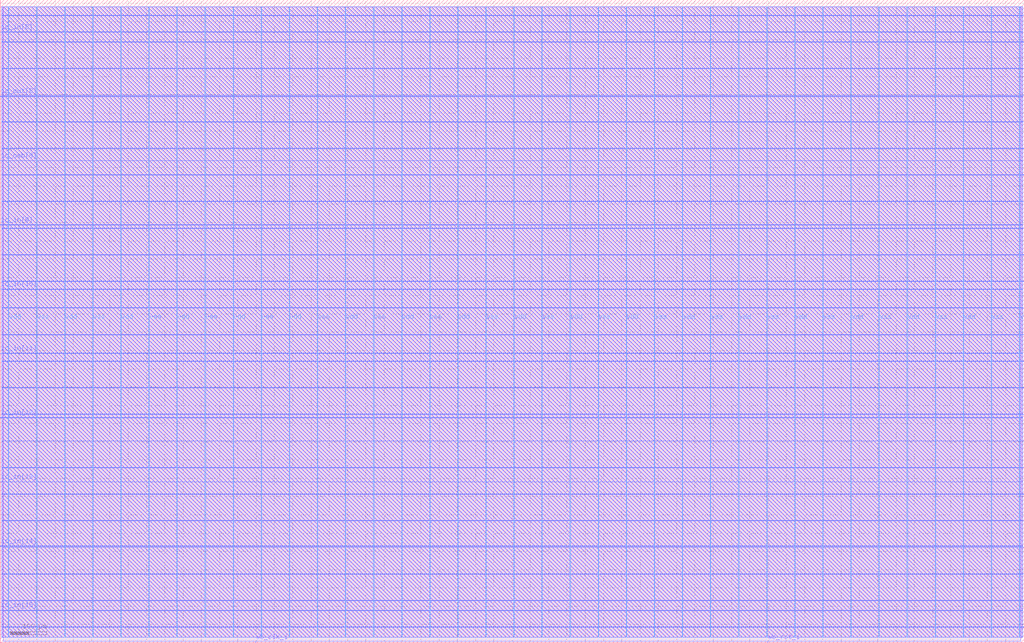
<source format=lef>
VERSION 5.7 ;
  NOWIREEXTENSIONATPIN ON ;
  DIVIDERCHAR "/" ;
  BUSBITCHARS "[]" ;
MACRO user_proj_example
  CLASS BLOCK ;
  FOREIGN user_proj_example ;
  ORIGIN 0.000 0.000 ;
  SIZE 2800.000 BY 1760.000 ;
  PIN io_in[0]
    DIRECTION INPUT ;
    USE SIGNAL ;
    ANTENNAGATEAREA 1.102000 ;
    ANTENNADIFFAREA 0.410400 ;
    PORT
      LAYER Metal3 ;
        RECT 2796.000 42.560 2800.000 43.120 ;
    END
  END io_in[0]
  PIN io_in[10]
    DIRECTION INPUT ;
    USE SIGNAL ;
    ANTENNAGATEAREA 0.498500 ;
    ANTENNADIFFAREA 0.410400 ;
    PORT
      LAYER Metal3 ;
        RECT 0.000 967.680 4.000 968.240 ;
    END
  END io_in[10]
  PIN io_in[11]
    DIRECTION INPUT ;
    USE SIGNAL ;
    ANTENNAGATEAREA 0.741000 ;
    ANTENNADIFFAREA 0.410400 ;
    PORT
      LAYER Metal3 ;
        RECT 0.000 791.840 4.000 792.400 ;
    END
  END io_in[11]
  PIN io_in[12]
    DIRECTION INPUT ;
    USE SIGNAL ;
    ANTENNAGATEAREA 0.741000 ;
    ANTENNADIFFAREA 0.410400 ;
    PORT
      LAYER Metal3 ;
        RECT 0.000 616.000 4.000 616.560 ;
    END
  END io_in[12]
  PIN io_in[13]
    DIRECTION INPUT ;
    USE SIGNAL ;
    ANTENNAGATEAREA 0.726000 ;
    ANTENNADIFFAREA 0.410400 ;
    PORT
      LAYER Metal3 ;
        RECT 0.000 440.160 4.000 440.720 ;
    END
  END io_in[13]
  PIN io_in[14]
    DIRECTION INPUT ;
    USE SIGNAL ;
    ANTENNAGATEAREA 1.102000 ;
    ANTENNADIFFAREA 0.410400 ;
    PORT
      LAYER Metal3 ;
        RECT 0.000 264.320 4.000 264.880 ;
    END
  END io_in[14]
  PIN io_in[15]
    DIRECTION INPUT ;
    USE SIGNAL ;
    ANTENNAGATEAREA 6.612000 ;
    ANTENNADIFFAREA 0.410400 ;
    PORT
      LAYER Metal3 ;
        RECT 0.000 88.480 4.000 89.040 ;
    END
  END io_in[15]
  PIN io_in[1]
    DIRECTION INPUT ;
    USE SIGNAL ;
    ANTENNAGATEAREA 1.102000 ;
    ANTENNADIFFAREA 0.410400 ;
    PORT
      LAYER Metal3 ;
        RECT 2796.000 260.960 2800.000 261.520 ;
    END
  END io_in[1]
  PIN io_in[2]
    DIRECTION INPUT ;
    USE SIGNAL ;
    ANTENNAGATEAREA 0.741000 ;
    ANTENNADIFFAREA 0.410400 ;
    PORT
      LAYER Metal3 ;
        RECT 2796.000 479.360 2800.000 479.920 ;
    END
  END io_in[2]
  PIN io_in[3]
    DIRECTION INPUT ;
    USE SIGNAL ;
    ANTENNAGATEAREA 0.741000 ;
    ANTENNADIFFAREA 0.410400 ;
    PORT
      LAYER Metal3 ;
        RECT 2796.000 697.760 2800.000 698.320 ;
    END
  END io_in[3]
  PIN io_in[4]
    DIRECTION INPUT ;
    USE SIGNAL ;
    ANTENNAGATEAREA 0.726000 ;
    ANTENNADIFFAREA 0.410400 ;
    PORT
      LAYER Metal3 ;
        RECT 2796.000 916.160 2800.000 916.720 ;
    END
  END io_in[4]
  PIN io_in[5]
    DIRECTION INPUT ;
    USE SIGNAL ;
    ANTENNAGATEAREA 0.726000 ;
    ANTENNADIFFAREA 0.410400 ;
    PORT
      LAYER Metal3 ;
        RECT 2796.000 1134.560 2800.000 1135.120 ;
    END
  END io_in[5]
  PIN io_in[6]
    DIRECTION INPUT ;
    USE SIGNAL ;
    ANTENNAGATEAREA 1.183000 ;
    ANTENNADIFFAREA 0.410400 ;
    PORT
      LAYER Metal3 ;
        RECT 2796.000 1352.960 2800.000 1353.520 ;
    END
  END io_in[6]
  PIN io_in[7]
    DIRECTION INPUT ;
    USE SIGNAL ;
    ANTENNAGATEAREA 1.183000 ;
    ANTENNADIFFAREA 0.410400 ;
    PORT
      LAYER Metal3 ;
        RECT 2796.000 1571.360 2800.000 1571.920 ;
    END
  END io_in[7]
  PIN io_in[8]
    DIRECTION INPUT ;
    USE SIGNAL ;
    ANTENNAGATEAREA 6.612000 ;
    ANTENNADIFFAREA 0.410400 ;
    PORT
      LAYER Metal3 ;
        RECT 0.000 1671.040 4.000 1671.600 ;
    END
  END io_in[8]
  PIN io_in[9]
    DIRECTION INPUT ;
    USE SIGNAL ;
    ANTENNAGATEAREA 0.726000 ;
    ANTENNADIFFAREA 0.410400 ;
    PORT
      LAYER Metal3 ;
        RECT 0.000 1143.520 4.000 1144.080 ;
    END
  END io_in[9]
  PIN io_oeb[0]
    DIRECTION OUTPUT TRISTATE ;
    USE SIGNAL ;
    ANTENNADIFFAREA 0.360800 ;
    PORT
      LAYER Metal3 ;
        RECT 2796.000 188.160 2800.000 188.720 ;
    END
  END io_oeb[0]
  PIN io_oeb[1]
    DIRECTION OUTPUT TRISTATE ;
    USE SIGNAL ;
    ANTENNADIFFAREA 0.360800 ;
    PORT
      LAYER Metal3 ;
        RECT 2796.000 406.560 2800.000 407.120 ;
    END
  END io_oeb[1]
  PIN io_oeb[2]
    DIRECTION OUTPUT TRISTATE ;
    USE SIGNAL ;
    ANTENNADIFFAREA 0.360800 ;
    PORT
      LAYER Metal3 ;
        RECT 2796.000 624.960 2800.000 625.520 ;
    END
  END io_oeb[2]
  PIN io_oeb[3]
    DIRECTION OUTPUT TRISTATE ;
    USE SIGNAL ;
    ANTENNADIFFAREA 0.360800 ;
    PORT
      LAYER Metal3 ;
        RECT 2796.000 843.360 2800.000 843.920 ;
    END
  END io_oeb[3]
  PIN io_oeb[4]
    DIRECTION OUTPUT TRISTATE ;
    USE SIGNAL ;
    ANTENNADIFFAREA 0.360800 ;
    PORT
      LAYER Metal3 ;
        RECT 2796.000 1061.760 2800.000 1062.320 ;
    END
  END io_oeb[4]
  PIN io_oeb[5]
    DIRECTION OUTPUT TRISTATE ;
    USE SIGNAL ;
    ANTENNADIFFAREA 0.360800 ;
    PORT
      LAYER Metal3 ;
        RECT 2796.000 1280.160 2800.000 1280.720 ;
    END
  END io_oeb[5]
  PIN io_oeb[6]
    DIRECTION OUTPUT TRISTATE ;
    USE SIGNAL ;
    ANTENNADIFFAREA 0.360800 ;
    PORT
      LAYER Metal3 ;
        RECT 2796.000 1498.560 2800.000 1499.120 ;
    END
  END io_oeb[6]
  PIN io_oeb[7]
    DIRECTION OUTPUT TRISTATE ;
    USE SIGNAL ;
    ANTENNADIFFAREA 0.360800 ;
    PORT
      LAYER Metal3 ;
        RECT 2796.000 1716.960 2800.000 1717.520 ;
    END
  END io_oeb[7]
  PIN io_oeb[8]
    DIRECTION OUTPUT TRISTATE ;
    USE SIGNAL ;
    ANTENNADIFFAREA 0.360800 ;
    PORT
      LAYER Metal3 ;
        RECT 0.000 1319.360 4.000 1319.920 ;
    END
  END io_oeb[8]
  PIN io_out[0]
    DIRECTION OUTPUT TRISTATE ;
    USE SIGNAL ;
    ANTENNADIFFAREA 4.731200 ;
    PORT
      LAYER Metal3 ;
        RECT 2796.000 115.360 2800.000 115.920 ;
    END
  END io_out[0]
  PIN io_out[1]
    DIRECTION OUTPUT TRISTATE ;
    USE SIGNAL ;
    ANTENNADIFFAREA 4.731200 ;
    PORT
      LAYER Metal3 ;
        RECT 2796.000 333.760 2800.000 334.320 ;
    END
  END io_out[1]
  PIN io_out[2]
    DIRECTION OUTPUT TRISTATE ;
    USE SIGNAL ;
    ANTENNADIFFAREA 4.731200 ;
    PORT
      LAYER Metal3 ;
        RECT 2796.000 552.160 2800.000 552.720 ;
    END
  END io_out[2]
  PIN io_out[3]
    DIRECTION OUTPUT TRISTATE ;
    USE SIGNAL ;
    ANTENNADIFFAREA 4.731200 ;
    PORT
      LAYER Metal3 ;
        RECT 2796.000 770.560 2800.000 771.120 ;
    END
  END io_out[3]
  PIN io_out[4]
    DIRECTION OUTPUT TRISTATE ;
    USE SIGNAL ;
    ANTENNADIFFAREA 4.731200 ;
    PORT
      LAYER Metal3 ;
        RECT 2796.000 988.960 2800.000 989.520 ;
    END
  END io_out[4]
  PIN io_out[5]
    DIRECTION OUTPUT TRISTATE ;
    USE SIGNAL ;
    ANTENNADIFFAREA 4.731200 ;
    PORT
      LAYER Metal3 ;
        RECT 2796.000 1207.360 2800.000 1207.920 ;
    END
  END io_out[5]
  PIN io_out[6]
    DIRECTION OUTPUT TRISTATE ;
    USE SIGNAL ;
    ANTENNADIFFAREA 4.731200 ;
    PORT
      LAYER Metal3 ;
        RECT 2796.000 1425.760 2800.000 1426.320 ;
    END
  END io_out[6]
  PIN io_out[7]
    DIRECTION OUTPUT TRISTATE ;
    USE SIGNAL ;
    ANTENNADIFFAREA 4.731200 ;
    PORT
      LAYER Metal3 ;
        RECT 2796.000 1644.160 2800.000 1644.720 ;
    END
  END io_out[7]
  PIN io_out[8]
    DIRECTION OUTPUT TRISTATE ;
    USE SIGNAL ;
    ANTENNADIFFAREA 4.731200 ;
    PORT
      LAYER Metal3 ;
        RECT 0.000 1495.200 4.000 1495.760 ;
    END
  END io_out[8]
  PIN vdd
    DIRECTION INOUT ;
    USE POWER ;
    PORT
      LAYER Metal4 ;
        RECT 22.240 15.380 23.840 1740.780 ;
    END
    PORT
      LAYER Metal4 ;
        RECT 175.840 15.380 177.440 1740.780 ;
    END
    PORT
      LAYER Metal4 ;
        RECT 329.440 15.380 331.040 1740.780 ;
    END
    PORT
      LAYER Metal4 ;
        RECT 483.040 15.380 484.640 1740.780 ;
    END
    PORT
      LAYER Metal4 ;
        RECT 636.640 15.380 638.240 1740.780 ;
    END
    PORT
      LAYER Metal4 ;
        RECT 790.240 15.380 791.840 1740.780 ;
    END
    PORT
      LAYER Metal4 ;
        RECT 943.840 15.380 945.440 1740.780 ;
    END
    PORT
      LAYER Metal4 ;
        RECT 1097.440 15.380 1099.040 1740.780 ;
    END
    PORT
      LAYER Metal4 ;
        RECT 1251.040 15.380 1252.640 1740.780 ;
    END
    PORT
      LAYER Metal4 ;
        RECT 1404.640 15.380 1406.240 1740.780 ;
    END
    PORT
      LAYER Metal4 ;
        RECT 1558.240 15.380 1559.840 1740.780 ;
    END
    PORT
      LAYER Metal4 ;
        RECT 1711.840 15.380 1713.440 1740.780 ;
    END
    PORT
      LAYER Metal4 ;
        RECT 1865.440 15.380 1867.040 1740.780 ;
    END
    PORT
      LAYER Metal4 ;
        RECT 2019.040 15.380 2020.640 1740.780 ;
    END
    PORT
      LAYER Metal4 ;
        RECT 2172.640 15.380 2174.240 1740.780 ;
    END
    PORT
      LAYER Metal4 ;
        RECT 2326.240 15.380 2327.840 1740.780 ;
    END
    PORT
      LAYER Metal4 ;
        RECT 2479.840 15.380 2481.440 1740.780 ;
    END
    PORT
      LAYER Metal4 ;
        RECT 2633.440 15.380 2635.040 1740.780 ;
    END
    PORT
      LAYER Metal4 ;
        RECT 2787.040 15.380 2788.640 1740.780 ;
    END
  END vdd
  PIN vss
    DIRECTION INOUT ;
    USE GROUND ;
    PORT
      LAYER Metal4 ;
        RECT 99.040 15.380 100.640 1740.780 ;
    END
    PORT
      LAYER Metal4 ;
        RECT 252.640 15.380 254.240 1740.780 ;
    END
    PORT
      LAYER Metal4 ;
        RECT 406.240 15.380 407.840 1740.780 ;
    END
    PORT
      LAYER Metal4 ;
        RECT 559.840 15.380 561.440 1740.780 ;
    END
    PORT
      LAYER Metal4 ;
        RECT 713.440 15.380 715.040 1740.780 ;
    END
    PORT
      LAYER Metal4 ;
        RECT 867.040 15.380 868.640 1740.780 ;
    END
    PORT
      LAYER Metal4 ;
        RECT 1020.640 15.380 1022.240 1740.780 ;
    END
    PORT
      LAYER Metal4 ;
        RECT 1174.240 15.380 1175.840 1740.780 ;
    END
    PORT
      LAYER Metal4 ;
        RECT 1327.840 15.380 1329.440 1740.780 ;
    END
    PORT
      LAYER Metal4 ;
        RECT 1481.440 15.380 1483.040 1740.780 ;
    END
    PORT
      LAYER Metal4 ;
        RECT 1635.040 15.380 1636.640 1740.780 ;
    END
    PORT
      LAYER Metal4 ;
        RECT 1788.640 15.380 1790.240 1740.780 ;
    END
    PORT
      LAYER Metal4 ;
        RECT 1942.240 15.380 1943.840 1740.780 ;
    END
    PORT
      LAYER Metal4 ;
        RECT 2095.840 15.380 2097.440 1740.780 ;
    END
    PORT
      LAYER Metal4 ;
        RECT 2249.440 15.380 2251.040 1740.780 ;
    END
    PORT
      LAYER Metal4 ;
        RECT 2403.040 15.380 2404.640 1740.780 ;
    END
    PORT
      LAYER Metal4 ;
        RECT 2556.640 15.380 2558.240 1740.780 ;
    END
    PORT
      LAYER Metal4 ;
        RECT 2710.240 15.380 2711.840 1740.780 ;
    END
  END vss
  PIN wb_clk_i
    DIRECTION INPUT ;
    USE SIGNAL ;
    ANTENNAGATEAREA 4.738000 ;
    ANTENNADIFFAREA 0.410400 ;
    PORT
      LAYER Metal2 ;
        RECT 698.880 0.000 699.440 4.000 ;
    END
  END wb_clk_i
  PIN wb_rst_i
    DIRECTION INPUT ;
    USE SIGNAL ;
    ANTENNAGATEAREA 2.204000 ;
    ANTENNADIFFAREA 0.410400 ;
    PORT
      LAYER Metal2 ;
        RECT 2098.880 0.000 2099.440 4.000 ;
    END
  END wb_rst_i
  OBS
      LAYER Metal1 ;
        RECT 6.720 15.380 2793.280 1740.780 ;
      LAYER Metal2 ;
        RECT 8.540 4.300 2791.460 1740.670 ;
        RECT 8.540 4.000 698.580 4.300 ;
        RECT 699.740 4.000 2098.580 4.300 ;
        RECT 2099.740 4.000 2791.460 4.300 ;
      LAYER Metal3 ;
        RECT 4.000 1717.820 2796.000 1740.620 ;
        RECT 4.000 1716.660 2795.700 1717.820 ;
        RECT 4.000 1671.900 2796.000 1716.660 ;
        RECT 4.300 1670.740 2796.000 1671.900 ;
        RECT 4.000 1645.020 2796.000 1670.740 ;
        RECT 4.000 1643.860 2795.700 1645.020 ;
        RECT 4.000 1572.220 2796.000 1643.860 ;
        RECT 4.000 1571.060 2795.700 1572.220 ;
        RECT 4.000 1499.420 2796.000 1571.060 ;
        RECT 4.000 1498.260 2795.700 1499.420 ;
        RECT 4.000 1496.060 2796.000 1498.260 ;
        RECT 4.300 1494.900 2796.000 1496.060 ;
        RECT 4.000 1426.620 2796.000 1494.900 ;
        RECT 4.000 1425.460 2795.700 1426.620 ;
        RECT 4.000 1353.820 2796.000 1425.460 ;
        RECT 4.000 1352.660 2795.700 1353.820 ;
        RECT 4.000 1320.220 2796.000 1352.660 ;
        RECT 4.300 1319.060 2796.000 1320.220 ;
        RECT 4.000 1281.020 2796.000 1319.060 ;
        RECT 4.000 1279.860 2795.700 1281.020 ;
        RECT 4.000 1208.220 2796.000 1279.860 ;
        RECT 4.000 1207.060 2795.700 1208.220 ;
        RECT 4.000 1144.380 2796.000 1207.060 ;
        RECT 4.300 1143.220 2796.000 1144.380 ;
        RECT 4.000 1135.420 2796.000 1143.220 ;
        RECT 4.000 1134.260 2795.700 1135.420 ;
        RECT 4.000 1062.620 2796.000 1134.260 ;
        RECT 4.000 1061.460 2795.700 1062.620 ;
        RECT 4.000 989.820 2796.000 1061.460 ;
        RECT 4.000 988.660 2795.700 989.820 ;
        RECT 4.000 968.540 2796.000 988.660 ;
        RECT 4.300 967.380 2796.000 968.540 ;
        RECT 4.000 917.020 2796.000 967.380 ;
        RECT 4.000 915.860 2795.700 917.020 ;
        RECT 4.000 844.220 2796.000 915.860 ;
        RECT 4.000 843.060 2795.700 844.220 ;
        RECT 4.000 792.700 2796.000 843.060 ;
        RECT 4.300 791.540 2796.000 792.700 ;
        RECT 4.000 771.420 2796.000 791.540 ;
        RECT 4.000 770.260 2795.700 771.420 ;
        RECT 4.000 698.620 2796.000 770.260 ;
        RECT 4.000 697.460 2795.700 698.620 ;
        RECT 4.000 625.820 2796.000 697.460 ;
        RECT 4.000 624.660 2795.700 625.820 ;
        RECT 4.000 616.860 2796.000 624.660 ;
        RECT 4.300 615.700 2796.000 616.860 ;
        RECT 4.000 553.020 2796.000 615.700 ;
        RECT 4.000 551.860 2795.700 553.020 ;
        RECT 4.000 480.220 2796.000 551.860 ;
        RECT 4.000 479.060 2795.700 480.220 ;
        RECT 4.000 441.020 2796.000 479.060 ;
        RECT 4.300 439.860 2796.000 441.020 ;
        RECT 4.000 407.420 2796.000 439.860 ;
        RECT 4.000 406.260 2795.700 407.420 ;
        RECT 4.000 334.620 2796.000 406.260 ;
        RECT 4.000 333.460 2795.700 334.620 ;
        RECT 4.000 265.180 2796.000 333.460 ;
        RECT 4.300 264.020 2796.000 265.180 ;
        RECT 4.000 261.820 2796.000 264.020 ;
        RECT 4.000 260.660 2795.700 261.820 ;
        RECT 4.000 189.020 2796.000 260.660 ;
        RECT 4.000 187.860 2795.700 189.020 ;
        RECT 4.000 116.220 2796.000 187.860 ;
        RECT 4.000 115.060 2795.700 116.220 ;
        RECT 4.000 89.340 2796.000 115.060 ;
        RECT 4.300 88.180 2796.000 89.340 ;
        RECT 4.000 43.420 2796.000 88.180 ;
        RECT 4.000 42.260 2795.700 43.420 ;
        RECT 4.000 15.540 2796.000 42.260 ;
  END
END user_proj_example
END LIBRARY


</source>
